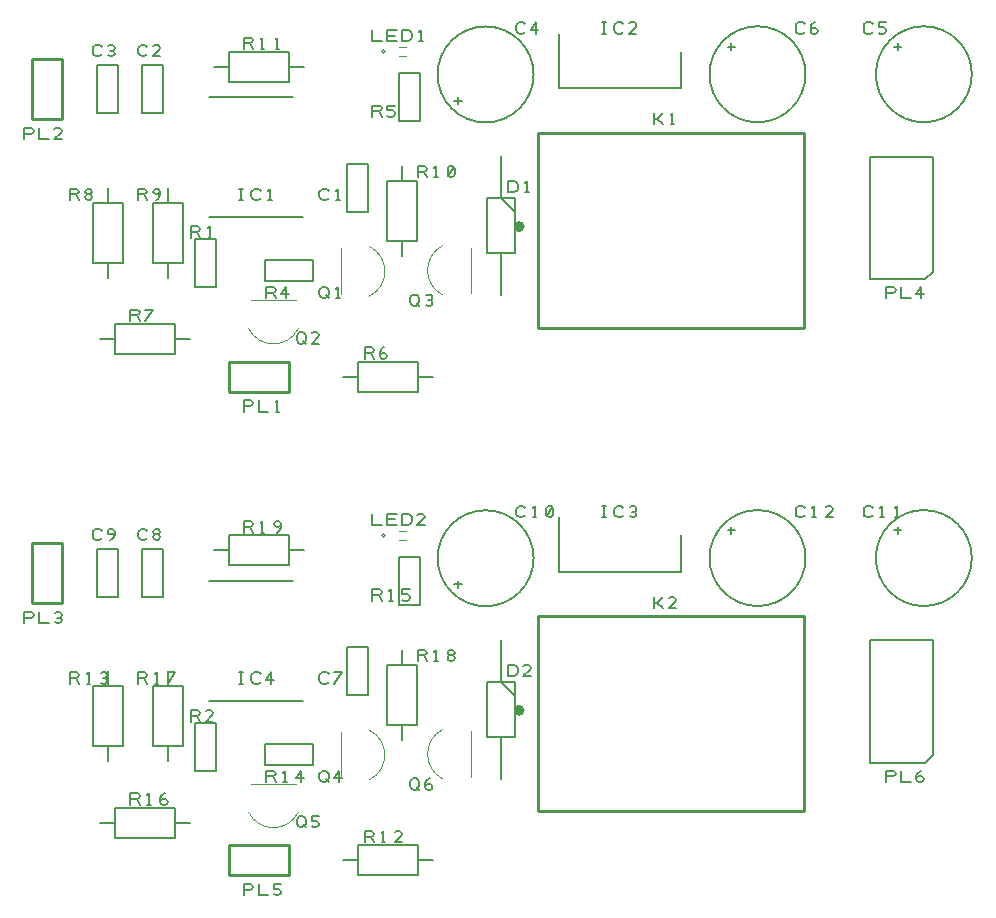
<source format=gbr>
G04 DesignSpark PCB Gerber Version 10.0 Build 5299*
G04 #@! TF.Part,Single*
G04 #@! TF.FileFunction,Legend,Top*
G04 #@! TF.FilePolarity,Positive*
%FSLAX35Y35*%
%MOIN*%
%ADD103C,0.00394*%
%ADD15C,0.00500*%
%ADD102C,0.00787*%
%ADD101C,0.01000*%
%ADD104C,0.01969*%
G04 #@! TD.AperFunction*
X0Y0D02*
D02*
D15*
X98868Y125002D02*
Y128752D01*
X101055D01*
X101680Y128440D01*
X101993Y127815D01*
X101680Y127190D01*
X101055Y126877D01*
X98868D01*
X103868Y128752D02*
Y125002D01*
X106993D01*
X109180Y125315D02*
X109805Y125002D01*
X110430D01*
X111055Y125315D01*
X111368Y125940D01*
X111055Y126565D01*
X110430Y126877D01*
X109805D01*
X110430D02*
X111055Y127190D01*
X111368Y127815D01*
X111055Y128440D01*
X110430Y128752D01*
X109805D01*
X109180Y128440D01*
X98868Y286262D02*
Y290012D01*
X101055D01*
X101680Y289700D01*
X101993Y289074D01*
X101680Y288450D01*
X101055Y288137D01*
X98868D01*
X103868Y290012D02*
Y286262D01*
X106993D01*
X111368D02*
X108868D01*
X111055Y288450D01*
X111368Y289074D01*
X111055Y289700D01*
X110430Y290012D01*
X109493D01*
X108868Y289700D01*
X113986Y104844D02*
Y108594D01*
X116173D01*
X116798Y108282D01*
X117111Y107657D01*
X116798Y107032D01*
X116173Y106720D01*
X113986D01*
X116173D02*
X117111Y104844D01*
X119611D02*
X120861D01*
X120236D02*
Y108594D01*
X119611Y107970D01*
X124298Y105157D02*
X124923Y104844D01*
X125548D01*
X126173Y105157D01*
X126486Y105782D01*
X126173Y106407D01*
X125548Y106720D01*
X124923D01*
X125548D02*
X126173Y107032D01*
X126486Y107657D01*
X126173Y108282D01*
X125548Y108594D01*
X124923D01*
X124298Y108282D01*
X113986Y266104D02*
Y269854D01*
X116173D01*
X116798Y269542D01*
X117111Y268917D01*
X116798Y268292D01*
X116173Y267980D01*
X113986D01*
X116173D02*
X117111Y266104D01*
X119923Y267980D02*
X120548D01*
X121173Y268292D01*
X121486Y268917D01*
X121173Y269542D01*
X120548Y269854D01*
X119923D01*
X119298Y269542D01*
X118986Y268917D01*
X119298Y268292D01*
X119923Y267980D01*
X119298Y267667D01*
X118986Y267042D01*
X119298Y266417D01*
X119923Y266104D01*
X120548D01*
X121173Y266417D01*
X121486Y267042D01*
X121173Y267667D01*
X120548Y267980D01*
X124670Y153344D02*
X124357Y153031D01*
X123732Y152719D01*
X122795D01*
X122170Y153031D01*
X121857Y153344D01*
X121545Y153969D01*
Y155219D01*
X121857Y155844D01*
X122170Y156156D01*
X122795Y156469D01*
X123732D01*
X124357Y156156D01*
X124670Y155844D01*
X127482Y152719D02*
X128107Y153031D01*
X128732Y153656D01*
X129045Y154594D01*
Y155531D01*
X128732Y156156D01*
X128107Y156469D01*
X127482D01*
X126857Y156156D01*
X126545Y155531D01*
X126857Y154906D01*
X127482Y154594D01*
X128107D01*
X128732Y154906D01*
X129045Y155531D01*
X124670Y314604D02*
X124357Y314291D01*
X123732Y313978D01*
X122795D01*
X122170Y314291D01*
X121857Y314604D01*
X121545Y315228D01*
Y316478D01*
X121857Y317104D01*
X122170Y317416D01*
X122795Y317728D01*
X123732D01*
X124357Y317416D01*
X124670Y317104D01*
X126857Y314291D02*
X127482Y313978D01*
X128107D01*
X128732Y314291D01*
X129045Y314916D01*
X128732Y315541D01*
X128107Y315854D01*
X127482D01*
X128107D02*
X128732Y316166D01*
X129045Y316791D01*
X128732Y317416D01*
X128107Y317728D01*
X127482D01*
X126857Y317416D01*
X121584Y103986D02*
X131584D01*
Y83986D01*
X121584D01*
Y103986D01*
Y265246D02*
X131584D01*
Y245246D01*
X121584D01*
Y265246D01*
X123084Y149702D02*
Y133702D01*
X130084D01*
Y149702D01*
X123084D01*
Y310962D02*
Y294962D01*
X130084D01*
Y310962D01*
X123084D01*
X124025Y58553D02*
X129025D01*
X124025Y219813D02*
X129025D01*
X126584Y83986D02*
Y78986D01*
Y108986D02*
Y103986D01*
Y245246D02*
Y240246D01*
Y270246D02*
Y265246D01*
X129025Y53553D02*
Y63553D01*
X149025D01*
Y53553D01*
X129025D01*
Y214813D02*
Y224813D01*
X149025D01*
Y214813D01*
X129025D01*
X134143Y64530D02*
Y68280D01*
X136331D01*
X136956Y67967D01*
X137269Y67342D01*
X136956Y66717D01*
X136331Y66405D01*
X134143D01*
X136331D02*
X137269Y64530D01*
X139769D02*
X141019D01*
X140393D02*
Y68280D01*
X139769Y67655D01*
X144143Y65467D02*
X144456Y66092D01*
X145081Y66405D01*
X145706D01*
X146331Y66092D01*
X146643Y65467D01*
X146331Y64842D01*
X145706Y64530D01*
X145081D01*
X144456Y64842D01*
X144143Y65467D01*
Y66405D01*
X144456Y67342D01*
X145081Y67967D01*
X145706Y68280D01*
X134143Y225789D02*
Y229539D01*
X136331D01*
X136956Y229227D01*
X137269Y228602D01*
X136956Y227977D01*
X136331Y227665D01*
X134143D01*
X136331D02*
X137269Y225789D01*
X139143D02*
X141643Y229539D01*
X139143D01*
X136663Y104844D02*
Y108594D01*
X138850D01*
X139476Y108282D01*
X139788Y107657D01*
X139476Y107032D01*
X138850Y106720D01*
X136663D01*
X138850D02*
X139788Y104844D01*
X142288D02*
X143538D01*
X142913D02*
Y108594D01*
X142288Y107970D01*
X146663Y104844D02*
X149163Y108594D01*
X146663D01*
X139788Y153344D02*
X139476Y153031D01*
X138850Y152719D01*
X137913D01*
X137288Y153031D01*
X136976Y153344D01*
X136663Y153969D01*
Y155219D01*
X136976Y155844D01*
X137288Y156156D01*
X137913Y156469D01*
X138850D01*
X139476Y156156D01*
X139788Y155844D01*
X142600Y154594D02*
X143226D01*
X143850Y154906D01*
X144163Y155531D01*
X143850Y156156D01*
X143226Y156469D01*
X142600D01*
X141976Y156156D01*
X141663Y155531D01*
X141976Y154906D01*
X142600Y154594D01*
X141976Y154281D01*
X141663Y153656D01*
X141976Y153031D01*
X142600Y152719D01*
X143226D01*
X143850Y153031D01*
X144163Y153656D01*
X143850Y154281D01*
X143226Y154594D01*
X136663Y266104D02*
Y269854D01*
X138850D01*
X139476Y269542D01*
X139788Y268917D01*
X139476Y268292D01*
X138850Y267980D01*
X136663D01*
X138850D02*
X139788Y266104D01*
X142600D02*
X143226Y266417D01*
X143850Y267042D01*
X144163Y267980D01*
Y268917D01*
X143850Y269542D01*
X143226Y269854D01*
X142600D01*
X141976Y269542D01*
X141663Y268917D01*
X141976Y268292D01*
X142600Y267980D01*
X143226D01*
X143850Y268292D01*
X144163Y268917D01*
X139788Y314604D02*
X139476Y314291D01*
X138850Y313978D01*
X137913D01*
X137288Y314291D01*
X136976Y314604D01*
X136663Y315228D01*
Y316478D01*
X136976Y317104D01*
X137288Y317416D01*
X137913Y317728D01*
X138850D01*
X139476Y317416D01*
X139788Y317104D01*
X144163Y313978D02*
X141663D01*
X143850Y316166D01*
X144163Y316791D01*
X143850Y317416D01*
X143226Y317728D01*
X142288D01*
X141663Y317416D01*
X138202Y149702D02*
Y133702D01*
X145202D01*
Y149702D01*
X138202D01*
Y310962D02*
Y294962D01*
X145202D01*
Y310962D01*
X138202D01*
X141742Y103986D02*
X151742D01*
Y83986D01*
X141742D01*
Y103986D01*
Y265246D02*
X151742D01*
Y245246D01*
X141742D01*
Y265246D01*
X146742Y83986D02*
Y78986D01*
Y108986D02*
Y103986D01*
Y245246D02*
Y240246D01*
Y270246D02*
Y265246D01*
X149025Y58553D02*
X154025D01*
X149025Y219813D02*
X154025D01*
X154301Y92246D02*
Y95996D01*
X156488D01*
X157113Y95684D01*
X157426Y95059D01*
X157113Y94434D01*
X156488Y94121D01*
X154301D01*
X156488D02*
X157426Y92246D01*
X161801D02*
X159301D01*
X161488Y94434D01*
X161801Y95059D01*
X161488Y95684D01*
X160863Y95996D01*
X159926D01*
X159301Y95684D01*
X154301Y253506D02*
Y257256D01*
X156488D01*
X157113Y256944D01*
X157426Y256319D01*
X157113Y255694D01*
X156488Y255381D01*
X154301D01*
X156488D02*
X157426Y253506D01*
X159926D02*
X161176D01*
X160551D02*
Y257256D01*
X159926Y256631D01*
X155840Y91750D02*
Y75750D01*
X162840D01*
Y91750D01*
X155840D01*
Y253009D02*
Y237009D01*
X162840D01*
Y253009D01*
X155840D01*
X167135Y149261D02*
X162135D01*
X167135Y310521D02*
X162135D01*
X170356Y104844D02*
X171606D01*
X170981D02*
Y108594D01*
X170356D02*
X171606D01*
X177544Y105470D02*
X177231Y105157D01*
X176606Y104844D01*
X175669D01*
X175044Y105157D01*
X174731Y105470D01*
X174419Y106094D01*
Y107344D01*
X174731Y107970D01*
X175044Y108282D01*
X175669Y108594D01*
X176606D01*
X177231Y108282D01*
X177544Y107970D01*
X180981Y104844D02*
Y108594D01*
X179419Y106094D01*
X181919D01*
X170356Y266104D02*
X171606D01*
X170981D02*
Y269854D01*
X170356D02*
X171606D01*
X177544Y266730D02*
X177231Y266417D01*
X176606Y266104D01*
X175669D01*
X175044Y266417D01*
X174731Y266730D01*
X174419Y267354D01*
Y268604D01*
X174731Y269230D01*
X175044Y269542D01*
X175669Y269854D01*
X176606D01*
X177231Y269542D01*
X177544Y269230D01*
X180044Y266104D02*
X181294D01*
X180669D02*
Y269854D01*
X180044Y269230D01*
X171939Y34293D02*
Y38043D01*
X174126D01*
X174751Y37731D01*
X175064Y37106D01*
X174751Y36481D01*
X174126Y36169D01*
X171939D01*
X176939Y38043D02*
Y34293D01*
X180064D01*
X181939Y34606D02*
X182564Y34293D01*
X183501D01*
X184126Y34606D01*
X184439Y35231D01*
Y35543D01*
X184126Y36169D01*
X183501Y36481D01*
X181939D01*
Y38043D01*
X184439D01*
X171939Y155238D02*
Y158988D01*
X174126D01*
X174751Y158676D01*
X175064Y158051D01*
X174751Y157426D01*
X174126Y157113D01*
X171939D01*
X174126D02*
X175064Y155238D01*
X177564D02*
X178814D01*
X178189D02*
Y158988D01*
X177564Y158363D01*
X182876Y155238D02*
X183501Y155551D01*
X184126Y156176D01*
X184439Y157113D01*
Y158051D01*
X184126Y158676D01*
X183501Y158988D01*
X182876D01*
X182251Y158676D01*
X181939Y158051D01*
X182251Y157426D01*
X182876Y157113D01*
X183501D01*
X184126Y157426D01*
X184439Y158051D01*
X171939Y195553D02*
Y199303D01*
X174126D01*
X174751Y198991D01*
X175064Y198366D01*
X174751Y197741D01*
X174126Y197428D01*
X171939D01*
X176939Y199303D02*
Y195553D01*
X180064D01*
X182564D02*
X183814D01*
X183189D02*
Y199303D01*
X182564Y198678D01*
X171939Y316498D02*
Y320248D01*
X174126D01*
X174751Y319936D01*
X175064Y319311D01*
X174751Y318686D01*
X174126Y318373D01*
X171939D01*
X174126D02*
X175064Y316498D01*
X177564D02*
X178814D01*
X178189D02*
Y320248D01*
X177564Y319623D01*
X182564Y316498D02*
X183814D01*
X183189D02*
Y320248D01*
X182564Y319623D01*
X179498Y72089D02*
Y75839D01*
X181685D01*
X182310Y75526D01*
X182623Y74901D01*
X182310Y74276D01*
X181685Y73964D01*
X179498D01*
X181685D02*
X182623Y72089D01*
X185123D02*
X186373D01*
X185748D02*
Y75839D01*
X185123Y75214D01*
X191060Y72089D02*
Y75839D01*
X189498Y73339D01*
X191998D01*
X179498Y233348D02*
Y237098D01*
X181685D01*
X182310Y236786D01*
X182623Y236161D01*
X182310Y235536D01*
X181685Y235224D01*
X179498D01*
X181685D02*
X182623Y233348D01*
X186060D02*
Y237098D01*
X184498Y234598D01*
X186998D01*
X187135Y154261D02*
Y144261D01*
X167135D01*
Y154261D01*
X187135D01*
Y315521D02*
Y305521D01*
X167135D01*
Y315521D01*
X187135D01*
X189576Y58220D02*
Y59470D01*
X189889Y60096D01*
X190202Y60408D01*
X190826Y60720D01*
X191452D01*
X192076Y60408D01*
X192389Y60096D01*
X192702Y59470D01*
Y58220D01*
X192389Y57596D01*
X192076Y57283D01*
X191452Y56970D01*
X190826D01*
X190202Y57283D01*
X189889Y57596D01*
X189576Y58220D01*
X191764Y57908D02*
X192702Y56970D01*
X194576Y57283D02*
X195202Y56970D01*
X196139D01*
X196764Y57283D01*
X197076Y57908D01*
Y58220D01*
X196764Y58846D01*
X196139Y59158D01*
X194576D01*
Y60720D01*
X197076D01*
X189576Y219480D02*
Y220730D01*
X189889Y221356D01*
X190202Y221668D01*
X190826Y221980D01*
X191452D01*
X192076Y221668D01*
X192389Y221356D01*
X192702Y220730D01*
Y219480D01*
X192389Y218856D01*
X192076Y218543D01*
X191452Y218230D01*
X190826D01*
X190202Y218543D01*
X189889Y218856D01*
X189576Y219480D01*
X191764Y219168D02*
X192702Y218230D01*
X197076D02*
X194576D01*
X196764Y220418D01*
X197076Y221043D01*
X196764Y221668D01*
X196139Y221980D01*
X195202D01*
X194576Y221668D01*
X192135Y149261D02*
X187135D01*
X192135Y310521D02*
X187135D01*
X195057Y84730D02*
X179057D01*
Y77730D01*
X195057D01*
Y84730D01*
Y245990D02*
X179057D01*
Y238990D01*
X195057D01*
Y245990D01*
X197135Y73339D02*
Y74589D01*
X197448Y75214D01*
X197761Y75526D01*
X198385Y75839D01*
X199011D01*
X199635Y75526D01*
X199948Y75214D01*
X200261Y74589D01*
Y73339D01*
X199948Y72714D01*
X199635Y72401D01*
X199011Y72089D01*
X198385D01*
X197761Y72401D01*
X197448Y72714D01*
X197135Y73339D01*
X199323Y73026D02*
X200261Y72089D01*
X203698D02*
Y75839D01*
X202135Y73339D01*
X204635D01*
X200261Y105470D02*
X199948Y105157D01*
X199323Y104844D01*
X198385D01*
X197761Y105157D01*
X197448Y105470D01*
X197135Y106094D01*
Y107344D01*
X197448Y107970D01*
X197761Y108282D01*
X198385Y108594D01*
X199323D01*
X199948Y108282D01*
X200261Y107970D01*
X202135Y104844D02*
X204635Y108594D01*
X202135D01*
X197135Y234598D02*
Y235848D01*
X197448Y236474D01*
X197761Y236786D01*
X198385Y237098D01*
X199011D01*
X199635Y236786D01*
X199948Y236474D01*
X200261Y235848D01*
Y234598D01*
X199948Y233974D01*
X199635Y233661D01*
X199011Y233348D01*
X198385D01*
X197761Y233661D01*
X197448Y233974D01*
X197135Y234598D01*
X199323Y234286D02*
X200261Y233348D01*
X202761D02*
X204011D01*
X203385D02*
Y237098D01*
X202761Y236474D01*
X200261Y266730D02*
X199948Y266417D01*
X199323Y266104D01*
X198385D01*
X197761Y266417D01*
X197448Y266730D01*
X197135Y267354D01*
Y268604D01*
X197448Y269230D01*
X197761Y269542D01*
X198385Y269854D01*
X199323D01*
X199948Y269542D01*
X200261Y269230D01*
X202761Y266104D02*
X204011D01*
X203385D02*
Y269854D01*
X202761Y269230D01*
X209970Y45954D02*
X204970D01*
X209970Y207214D02*
X204970D01*
X212254Y51931D02*
Y55681D01*
X214441D01*
X215066Y55369D01*
X215379Y54744D01*
X215066Y54119D01*
X214441Y53806D01*
X212254D01*
X214441D02*
X215379Y51931D01*
X217879D02*
X219129D01*
X218504D02*
Y55681D01*
X217879Y55056D01*
X224754Y51931D02*
X222254D01*
X224441Y54119D01*
X224754Y54744D01*
X224441Y55369D01*
X223816Y55681D01*
X222879D01*
X222254Y55369D01*
X212254Y213191D02*
Y216941D01*
X214441D01*
X215066Y216629D01*
X215379Y216004D01*
X215066Y215379D01*
X214441Y215066D01*
X212254D01*
X214441D02*
X215379Y213191D01*
X217254Y214129D02*
X217566Y214754D01*
X218191Y215066D01*
X218816D01*
X219441Y214754D01*
X219754Y214129D01*
X219441Y213504D01*
X218816Y213191D01*
X218191D01*
X217566Y213504D01*
X217254Y214129D01*
Y215066D01*
X217566Y216004D01*
X218191Y216629D01*
X218816Y216941D01*
X213234Y100946D02*
Y116946D01*
X206234D01*
Y100946D01*
X213234D01*
Y262206D02*
Y278206D01*
X206234D01*
Y262206D01*
X213234D01*
X214773Y132561D02*
Y136311D01*
X216961D01*
X217586Y135999D01*
X217898Y135374D01*
X217586Y134749D01*
X216961Y134436D01*
X214773D01*
X216961D02*
X217898Y132561D01*
X220398D02*
X221648D01*
X221023D02*
Y136311D01*
X220398Y135686D01*
X224773Y132874D02*
X225398Y132561D01*
X226336D01*
X226961Y132874D01*
X227273Y133499D01*
Y133811D01*
X226961Y134436D01*
X226336Y134749D01*
X224773D01*
Y136311D01*
X227273D01*
X214773Y161508D02*
Y157758D01*
X217898D01*
X219773D02*
Y161508D01*
X222898D01*
X222273Y159633D02*
X219773D01*
Y157758D02*
X222898D01*
X224773D02*
Y161508D01*
X226648D01*
X227273Y161196D01*
X227586Y160883D01*
X227898Y160258D01*
Y159008D01*
X227586Y158383D01*
X227273Y158070D01*
X226648Y157758D01*
X224773D01*
X232273D02*
X229773D01*
X231961Y159946D01*
X232273Y160570D01*
X231961Y161196D01*
X231336Y161508D01*
X230398D01*
X229773Y161196D01*
X214773Y293821D02*
Y297571D01*
X216961D01*
X217586Y297259D01*
X217898Y296633D01*
X217586Y296009D01*
X216961Y295696D01*
X214773D01*
X216961D02*
X217898Y293821D01*
X219773Y294133D02*
X220398Y293821D01*
X221336D01*
X221961Y294133D01*
X222273Y294759D01*
Y295071D01*
X221961Y295696D01*
X221336Y296009D01*
X219773D01*
Y297571D01*
X222273D01*
X214773Y322768D02*
Y319018D01*
X217898D01*
X219773D02*
Y322768D01*
X222898D01*
X222273Y320893D02*
X219773D01*
Y319018D02*
X222898D01*
X224773D02*
Y322768D01*
X226648D01*
X227273Y322456D01*
X227586Y322143D01*
X227898Y321518D01*
Y320268D01*
X227586Y319643D01*
X227273Y319330D01*
X226648Y319018D01*
X224773D01*
X230398D02*
X231648D01*
X231023D02*
Y322768D01*
X230398Y322143D01*
X223872Y147183D02*
Y131183D01*
X230872D01*
Y147183D01*
X223872D01*
Y308443D02*
Y292443D01*
X230872D01*
Y308443D01*
X223872D01*
X224852Y86230D02*
Y91230D01*
Y111230D02*
Y116230D01*
Y247490D02*
Y252490D01*
Y272490D02*
Y277490D01*
X227372Y70819D02*
Y72069D01*
X227684Y72694D01*
X227997Y73007D01*
X228622Y73319D01*
X229247D01*
X229872Y73007D01*
X230184Y72694D01*
X230497Y72069D01*
Y70819D01*
X230184Y70194D01*
X229872Y69881D01*
X229247Y69569D01*
X228622D01*
X227997Y69881D01*
X227684Y70194D01*
X227372Y70819D01*
X229559Y70507D02*
X230497Y69569D01*
X232372Y70507D02*
X232684Y71131D01*
X233309Y71444D01*
X233934D01*
X234559Y71131D01*
X234872Y70507D01*
X234559Y69881D01*
X233934Y69569D01*
X233309D01*
X232684Y69881D01*
X232372Y70507D01*
Y71444D01*
X232684Y72381D01*
X233309Y73007D01*
X233934Y73319D01*
X227372Y232079D02*
Y233329D01*
X227684Y233954D01*
X227997Y234267D01*
X228622Y234579D01*
X229247D01*
X229872Y234267D01*
X230184Y233954D01*
X230497Y233329D01*
Y232079D01*
X230184Y231454D01*
X229872Y231141D01*
X229247Y230829D01*
X228622D01*
X227997Y231141D01*
X227684Y231454D01*
X227372Y232079D01*
X229559Y231767D02*
X230497Y230829D01*
X232684Y231141D02*
X233309Y230829D01*
X233934D01*
X234559Y231141D01*
X234872Y231767D01*
X234559Y232391D01*
X233934Y232704D01*
X233309D01*
X233934D02*
X234559Y233017D01*
X234872Y233641D01*
X234559Y234267D01*
X233934Y234579D01*
X233309D01*
X232684Y234267D01*
X229852Y91230D02*
X219852D01*
Y111230D01*
X229852D01*
Y91230D01*
Y252490D02*
X219852D01*
Y272490D01*
X229852D01*
Y252490D01*
X229891Y112404D02*
Y116154D01*
X232079D01*
X232704Y115841D01*
X233017Y115216D01*
X232704Y114591D01*
X232079Y114279D01*
X229891D01*
X232079D02*
X233017Y112404D01*
X235517D02*
X236767D01*
X236141D02*
Y116154D01*
X235517Y115529D01*
X240829Y114279D02*
X241454D01*
X242079Y114591D01*
X242391Y115216D01*
X242079Y115841D01*
X241454Y116154D01*
X240829D01*
X240204Y115841D01*
X239891Y115216D01*
X240204Y114591D01*
X240829Y114279D01*
X240204Y113966D01*
X239891Y113341D01*
X240204Y112716D01*
X240829Y112404D01*
X241454D01*
X242079Y112716D01*
X242391Y113341D01*
X242079Y113966D01*
X241454Y114279D01*
X229891Y273663D02*
Y277413D01*
X232079D01*
X232704Y277101D01*
X233017Y276476D01*
X232704Y275851D01*
X232079Y275539D01*
X229891D01*
X232079D02*
X233017Y273663D01*
X235517D02*
X236767D01*
X236141D02*
Y277413D01*
X235517Y276789D01*
X240204Y273976D02*
X240829Y273663D01*
X241454D01*
X242079Y273976D01*
X242391Y274601D01*
Y276476D01*
X242079Y277101D01*
X241454Y277413D01*
X240829D01*
X240204Y277101D01*
X239891Y276476D01*
Y274601D01*
X240204Y273976D01*
X242079Y277101D01*
X229970Y50954D02*
Y40954D01*
X209970D01*
Y50954D01*
X229970D01*
Y212214D02*
Y202214D01*
X209970D01*
Y212214D01*
X229970D01*
X234970Y45954D02*
X229970D01*
X234970Y207214D02*
X229970D01*
X243381Y136683D02*
Y139183D01*
X244631Y137933D02*
X242131D01*
X243381Y297943D02*
Y300443D01*
X244631Y299193D02*
X242131D01*
X252569Y130683D02*
G75*
G02*
X236569Y146683I0J16000D01*
G01*
G75*
G02*
X252569Y162683I16000J0D01*
G01*
G75*
G02*
X268569Y146683I0J-16000D01*
G01*
G75*
G02*
X252569Y130683I-16000J0D01*
G01*
Y291943D02*
G75*
G02*
X236569Y307943I0J16000D01*
G01*
G75*
G02*
X252569Y323943I16000J0D01*
G01*
G75*
G02*
X268569Y307943I0J-16000D01*
G01*
G75*
G02*
X252569Y291943I-16000J0D01*
G01*
X260128Y107364D02*
Y111114D01*
X262003D01*
X262628Y110802D01*
X262940Y110489D01*
X263253Y109864D01*
Y108614D01*
X262940Y107989D01*
X262628Y107677D01*
X262003Y107364D01*
X260128D01*
X267628D02*
X265128D01*
X267315Y109552D01*
X267628Y110177D01*
X267315Y110802D01*
X266690Y111114D01*
X265753D01*
X265128Y110802D01*
X260128Y268624D02*
Y272374D01*
X262003D01*
X262628Y272062D01*
X262940Y271749D01*
X263253Y271124D01*
Y269874D01*
X262940Y269249D01*
X262628Y268937D01*
X262003Y268624D01*
X260128D01*
X265753D02*
X267003D01*
X266378D02*
Y272374D01*
X265753Y271749D01*
X265772Y160903D02*
X265460Y160590D01*
X264835Y160278D01*
X263897D01*
X263272Y160590D01*
X262960Y160903D01*
X262647Y161528D01*
Y162778D01*
X262960Y163403D01*
X263272Y163715D01*
X263897Y164028D01*
X264835D01*
X265460Y163715D01*
X265772Y163403D01*
X268272Y160278D02*
X269522D01*
X268897D02*
Y164028D01*
X268272Y163403D01*
X272960Y160590D02*
X273585Y160278D01*
X274210D01*
X274835Y160590D01*
X275147Y161215D01*
Y163090D01*
X274835Y163715D01*
X274210Y164028D01*
X273585D01*
X272960Y163715D01*
X272647Y163090D01*
Y161215D01*
X272960Y160590D01*
X274835Y163715D01*
X265772Y322163D02*
X265460Y321850D01*
X264835Y321537D01*
X263897D01*
X263272Y321850D01*
X262960Y322163D01*
X262647Y322787D01*
Y324037D01*
X262960Y324663D01*
X263272Y324975D01*
X263897Y325287D01*
X264835D01*
X265460Y324975D01*
X265772Y324663D01*
X269210Y321537D02*
Y325287D01*
X267647Y322787D01*
X270147D01*
X291301Y160278D02*
X292551D01*
X291926D02*
Y164028D01*
X291301D02*
X292551D01*
X298489Y160903D02*
X298176Y160590D01*
X297551Y160278D01*
X296614D01*
X295989Y160590D01*
X295676Y160903D01*
X295364Y161528D01*
Y162778D01*
X295676Y163403D01*
X295989Y163715D01*
X296614Y164028D01*
X297551D01*
X298176Y163715D01*
X298489Y163403D01*
X300676Y160590D02*
X301301Y160278D01*
X301926D01*
X302551Y160590D01*
X302864Y161215D01*
X302551Y161840D01*
X301926Y162153D01*
X301301D01*
X301926D02*
X302551Y162465D01*
X302864Y163090D01*
X302551Y163715D01*
X301926Y164028D01*
X301301D01*
X300676Y163715D01*
X291301Y321537D02*
X292551D01*
X291926D02*
Y325287D01*
X291301D02*
X292551D01*
X298489Y322163D02*
X298176Y321850D01*
X297551Y321537D01*
X296614D01*
X295989Y321850D01*
X295676Y322163D01*
X295364Y322787D01*
Y324037D01*
X295676Y324663D01*
X295989Y324975D01*
X296614Y325287D01*
X297551D01*
X298176Y324975D01*
X298489Y324663D01*
X302864Y321537D02*
X300364D01*
X302551Y323725D01*
X302864Y324350D01*
X302551Y324975D01*
X301926Y325287D01*
X300989D01*
X300364Y324975D01*
X308616Y130041D02*
Y133791D01*
Y131917D02*
X309553D01*
X311741Y133791D01*
X309553Y131917D02*
X311741Y130041D01*
X316116D02*
X313616D01*
X315803Y132229D01*
X316116Y132854D01*
X315803Y133479D01*
X315178Y133791D01*
X314241D01*
X313616Y133479D01*
X308616Y291301D02*
Y295051D01*
Y293176D02*
X309553D01*
X311741Y295051D01*
X309553Y293176D02*
X311741Y291301D01*
X314241D02*
X315491D01*
X314866D02*
Y295051D01*
X314241Y294426D01*
X327218Y146742D02*
G75*
G02*
X343218Y162742I16000J0D01*
G01*
G75*
G02*
X359218Y146742I0J-16000D01*
G01*
G75*
G02*
X343218Y130742I-16000J0D01*
G01*
G75*
G02*
X327218Y146742I0J16000D01*
G01*
Y308002D02*
G75*
G02*
X343218Y324002I16000J0D01*
G01*
G75*
G02*
X359218Y308002I0J-16000D01*
G01*
G75*
G02*
X343218Y292002I-16000J0D01*
G01*
G75*
G02*
X327218Y308002I0J16000D01*
G01*
X333218Y155929D02*
X335718D01*
X334468Y154679D02*
Y157179D01*
X333218Y317189D02*
X335718D01*
X334468Y315939D02*
Y318439D01*
X359001Y160903D02*
X358688Y160590D01*
X358063Y160278D01*
X357126D01*
X356501Y160590D01*
X356188Y160903D01*
X355876Y161528D01*
Y162778D01*
X356188Y163403D01*
X356501Y163715D01*
X357126Y164028D01*
X358063D01*
X358688Y163715D01*
X359001Y163403D01*
X361501Y160278D02*
X362751D01*
X362126D02*
Y164028D01*
X361501Y163403D01*
X368376Y160278D02*
X365876D01*
X368063Y162465D01*
X368376Y163090D01*
X368063Y163715D01*
X367438Y164028D01*
X366501D01*
X365876Y163715D01*
X359001Y322163D02*
X358688Y321850D01*
X358063Y321537D01*
X357126D01*
X356501Y321850D01*
X356188Y322163D01*
X355876Y322787D01*
Y324037D01*
X356188Y324663D01*
X356501Y324975D01*
X357126Y325287D01*
X358063D01*
X358688Y324975D01*
X359001Y324663D01*
X360876Y322475D02*
X361188Y323100D01*
X361813Y323413D01*
X362438D01*
X363063Y323100D01*
X363376Y322475D01*
X363063Y321850D01*
X362438Y321537D01*
X361813D01*
X361188Y321850D01*
X360876Y322475D01*
Y323413D01*
X361188Y324350D01*
X361813Y324975D01*
X362438Y325287D01*
X381678Y160903D02*
X381365Y160590D01*
X380740Y160278D01*
X379803D01*
X379178Y160590D01*
X378865Y160903D01*
X378553Y161528D01*
Y162778D01*
X378865Y163403D01*
X379178Y163715D01*
X379803Y164028D01*
X380740D01*
X381365Y163715D01*
X381678Y163403D01*
X384178Y160278D02*
X385428D01*
X384803D02*
Y164028D01*
X384178Y163403D01*
X389178Y160278D02*
X390428D01*
X389803D02*
Y164028D01*
X389178Y163403D01*
X381678Y322163D02*
X381365Y321850D01*
X380740Y321537D01*
X379803D01*
X379178Y321850D01*
X378865Y322163D01*
X378553Y322787D01*
Y324037D01*
X378865Y324663D01*
X379178Y324975D01*
X379803Y325287D01*
X380740D01*
X381365Y324975D01*
X381678Y324663D01*
X383553Y321850D02*
X384178Y321537D01*
X385115D01*
X385740Y321850D01*
X386053Y322475D01*
Y322787D01*
X385740Y323413D01*
X385115Y323725D01*
X383553D01*
Y325287D01*
X386053D01*
X380738Y78454D02*
Y119281D01*
X401565D01*
Y80954D01*
X399065Y78454D01*
X380738D01*
Y239714D02*
Y280541D01*
X401565D01*
Y242214D01*
X399065Y239714D01*
X380738D01*
X382651Y146742D02*
G75*
G02*
X398651Y162742I16000J0D01*
G01*
G75*
G02*
X414651Y146742I0J-16000D01*
G01*
G75*
G02*
X398651Y130742I-16000J0D01*
G01*
G75*
G02*
X382651Y146742I0J16000D01*
G01*
Y308002D02*
G75*
G02*
X398651Y324002I16000J0D01*
G01*
G75*
G02*
X414651Y308002I0J-16000D01*
G01*
G75*
G02*
X398651Y292002I-16000J0D01*
G01*
G75*
G02*
X382651Y308002I0J16000D01*
G01*
X386112Y72089D02*
Y75839D01*
X388299D01*
X388924Y75526D01*
X389237Y74901D01*
X388924Y74276D01*
X388299Y73964D01*
X386112D01*
X391112Y75839D02*
Y72089D01*
X394237D01*
X396112Y73026D02*
X396424Y73651D01*
X397049Y73964D01*
X397674D01*
X398299Y73651D01*
X398612Y73026D01*
X398299Y72401D01*
X397674Y72089D01*
X397049D01*
X396424Y72401D01*
X396112Y73026D01*
Y73964D01*
X396424Y74901D01*
X397049Y75526D01*
X397674Y75839D01*
X386112Y233348D02*
Y237098D01*
X388299D01*
X388924Y236786D01*
X389237Y236161D01*
X388924Y235536D01*
X388299Y235224D01*
X386112D01*
X391112Y237098D02*
Y233348D01*
X394237D01*
X397674D02*
Y237098D01*
X396112Y234598D01*
X398612D01*
X388651Y155929D02*
X391151D01*
X389901Y154679D02*
Y157179D01*
X388651Y317189D02*
X391151D01*
X389901Y315939D02*
Y318439D01*
D02*
D101*
X111427Y131663D02*
Y151663D01*
X101427D01*
Y131663D01*
X111427D01*
Y292923D02*
Y312923D01*
X101427D01*
Y292923D01*
X111427D01*
X187017Y50954D02*
X167017D01*
Y40954D01*
X187017D01*
Y50954D01*
Y212214D02*
X167017D01*
Y202214D01*
X187017D01*
Y212214D01*
X270206Y127254D02*
Y62293D01*
X358789D01*
Y127254D01*
X270206D01*
Y288513D02*
Y223553D01*
X358789D01*
Y288513D01*
X270206D01*
D02*
D102*
X188454Y139025D02*
X160462D01*
X188454Y300285D02*
X160462D01*
X191742Y99025D02*
X160462D01*
X191742Y260285D02*
X160462D01*
X218553Y153907D02*
Y154694D02*
G75*
G02*
Y153907I0J-394D01*
G01*
Y154694D02*
G75*
G03*
Y153907I0J-394D01*
G01*
Y315167D02*
Y315954D02*
G75*
G02*
Y315167I0J-394D01*
G01*
Y315954D02*
G75*
G03*
Y315167I0J-394D01*
G01*
X257608Y87155D02*
Y73033D01*
Y248415D02*
Y234293D01*
X262234Y100836D02*
X257608Y105462D01*
Y119584D01*
X262234Y105462D02*
Y87155D01*
X252982D01*
Y105462D01*
X262234D01*
Y262096D02*
X257608Y266722D01*
Y280844D01*
X262234Y266722D02*
Y248415D01*
X252982D01*
Y266722D01*
X262234D01*
X276899Y160324D02*
Y142214D01*
X317844D01*
Y154301D01*
X276899Y321584D02*
Y303474D01*
X317844D01*
Y315561D01*
D02*
D103*
X173587Y61969D02*
G75*
G03*
X190140Y61983I8273J4143D01*
G01*
X173587Y223229D02*
G75*
G03*
X190140Y223243I8273J4143D01*
G01*
X174254Y71380D02*
X189466D01*
X174254Y232639D02*
X189466D01*
X204466Y73467D02*
Y88678D01*
Y234726D02*
Y249938D01*
X213876Y72800D02*
G75*
G03*
X213862Y89352I-4143J8273D01*
G01*
X213876Y234059D02*
G75*
G03*
X213862Y250612I-4143J8273D01*
G01*
X223671Y152726D02*
X226033D01*
X223671Y155876D02*
X226033D01*
X223671Y313986D02*
X226033D01*
X223671Y317135D02*
X226033D01*
X238347Y89660D02*
G75*
G03*
X238361Y73107I4143J-8273D01*
G01*
X238347Y250920D02*
G75*
G03*
X238361Y234367I4143J-8273D01*
G01*
X247757Y88993D02*
Y73781D01*
Y250253D02*
Y235041D01*
D02*
D104*
X264600Y95958D02*
G75*
G02*
X262876I-862J0D01*
G01*
X264600D02*
G75*
G02*
X262876I-862J0D01*
G01*
G75*
G02*
X264600I862J0D01*
G01*
Y257218D02*
G75*
G02*
X262876I-862J0D01*
G01*
X264600D02*
G75*
G02*
X262876I-862J0D01*
G01*
G75*
G02*
X264600I862J0D01*
G01*
X0Y0D02*
M02*

</source>
